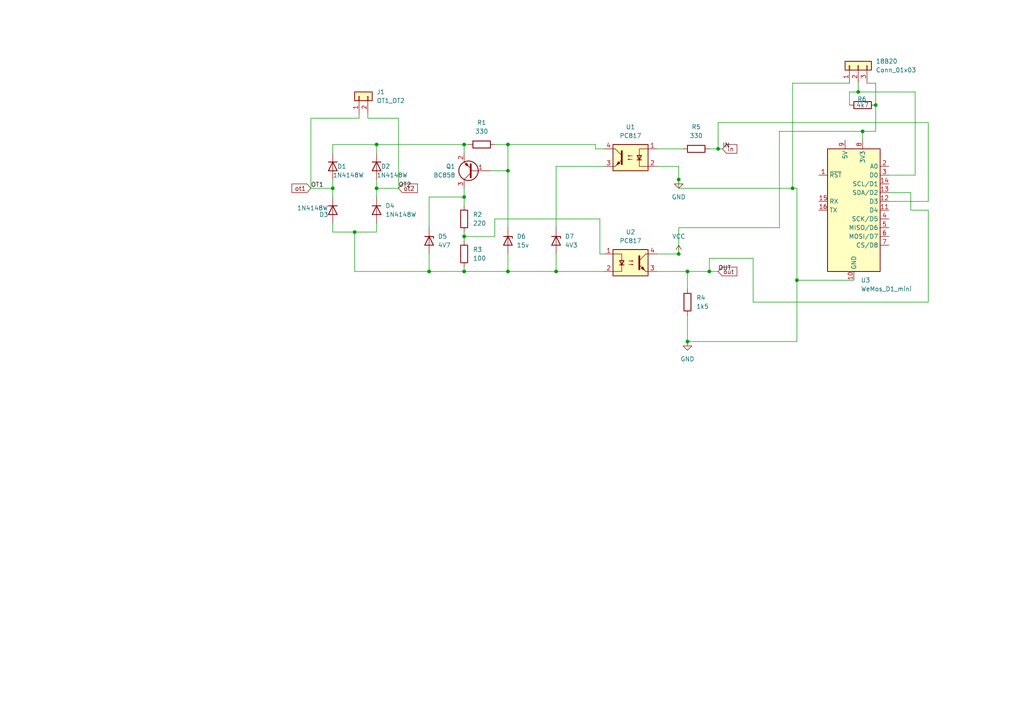
<source format=kicad_sch>
(kicad_sch (version 20211123) (generator eeschema)

  (uuid d35aeb12-b6a7-445e-b648-bab66819a9c1)

  (paper "A4")

  (title_block
    (title "Opentherm interface")
  )

  (lib_symbols
    (symbol "Connector_Generic:Conn_01x02" (pin_names (offset 1.016) hide) (in_bom yes) (on_board yes)
      (property "Reference" "J" (id 0) (at 0 2.54 0)
        (effects (font (size 1.27 1.27)))
      )
      (property "Value" "Conn_01x02" (id 1) (at 0 -5.08 0)
        (effects (font (size 1.27 1.27)))
      )
      (property "Footprint" "" (id 2) (at 0 0 0)
        (effects (font (size 1.27 1.27)) hide)
      )
      (property "Datasheet" "~" (id 3) (at 0 0 0)
        (effects (font (size 1.27 1.27)) hide)
      )
      (property "ki_keywords" "connector" (id 4) (at 0 0 0)
        (effects (font (size 1.27 1.27)) hide)
      )
      (property "ki_description" "Generic connector, single row, 01x02, script generated (kicad-library-utils/schlib/autogen/connector/)" (id 5) (at 0 0 0)
        (effects (font (size 1.27 1.27)) hide)
      )
      (property "ki_fp_filters" "Connector*:*_1x??_*" (id 6) (at 0 0 0)
        (effects (font (size 1.27 1.27)) hide)
      )
      (symbol "Conn_01x02_1_1"
        (rectangle (start -1.27 -2.413) (end 0 -2.667)
          (stroke (width 0.1524) (type default) (color 0 0 0 0))
          (fill (type none))
        )
        (rectangle (start -1.27 0.127) (end 0 -0.127)
          (stroke (width 0.1524) (type default) (color 0 0 0 0))
          (fill (type none))
        )
        (rectangle (start -1.27 1.27) (end 1.27 -3.81)
          (stroke (width 0.254) (type default) (color 0 0 0 0))
          (fill (type background))
        )
        (pin passive line (at -5.08 0 0) (length 3.81)
          (name "Pin_1" (effects (font (size 1.27 1.27))))
          (number "1" (effects (font (size 1.27 1.27))))
        )
        (pin passive line (at -5.08 -2.54 0) (length 3.81)
          (name "Pin_2" (effects (font (size 1.27 1.27))))
          (number "2" (effects (font (size 1.27 1.27))))
        )
      )
    )
    (symbol "Connector_Generic:Conn_01x03" (pin_names (offset 1.016) hide) (in_bom yes) (on_board yes)
      (property "Reference" "J" (id 0) (at 0 5.08 0)
        (effects (font (size 1.27 1.27)))
      )
      (property "Value" "Conn_01x03" (id 1) (at 0 -5.08 0)
        (effects (font (size 1.27 1.27)))
      )
      (property "Footprint" "" (id 2) (at 0 0 0)
        (effects (font (size 1.27 1.27)) hide)
      )
      (property "Datasheet" "~" (id 3) (at 0 0 0)
        (effects (font (size 1.27 1.27)) hide)
      )
      (property "ki_keywords" "connector" (id 4) (at 0 0 0)
        (effects (font (size 1.27 1.27)) hide)
      )
      (property "ki_description" "Generic connector, single row, 01x03, script generated (kicad-library-utils/schlib/autogen/connector/)" (id 5) (at 0 0 0)
        (effects (font (size 1.27 1.27)) hide)
      )
      (property "ki_fp_filters" "Connector*:*_1x??_*" (id 6) (at 0 0 0)
        (effects (font (size 1.27 1.27)) hide)
      )
      (symbol "Conn_01x03_1_1"
        (rectangle (start -1.27 -2.413) (end 0 -2.667)
          (stroke (width 0.1524) (type default) (color 0 0 0 0))
          (fill (type none))
        )
        (rectangle (start -1.27 0.127) (end 0 -0.127)
          (stroke (width 0.1524) (type default) (color 0 0 0 0))
          (fill (type none))
        )
        (rectangle (start -1.27 2.667) (end 0 2.413)
          (stroke (width 0.1524) (type default) (color 0 0 0 0))
          (fill (type none))
        )
        (rectangle (start -1.27 3.81) (end 1.27 -3.81)
          (stroke (width 0.254) (type default) (color 0 0 0 0))
          (fill (type background))
        )
        (pin passive line (at -5.08 2.54 0) (length 3.81)
          (name "Pin_1" (effects (font (size 1.27 1.27))))
          (number "1" (effects (font (size 1.27 1.27))))
        )
        (pin passive line (at -5.08 0 0) (length 3.81)
          (name "Pin_2" (effects (font (size 1.27 1.27))))
          (number "2" (effects (font (size 1.27 1.27))))
        )
        (pin passive line (at -5.08 -2.54 0) (length 3.81)
          (name "Pin_3" (effects (font (size 1.27 1.27))))
          (number "3" (effects (font (size 1.27 1.27))))
        )
      )
    )
    (symbol "Device:R" (pin_numbers hide) (pin_names (offset 0)) (in_bom yes) (on_board yes)
      (property "Reference" "R" (id 0) (at 2.032 0 90)
        (effects (font (size 1.27 1.27)))
      )
      (property "Value" "R" (id 1) (at 0 0 90)
        (effects (font (size 1.27 1.27)))
      )
      (property "Footprint" "" (id 2) (at -1.778 0 90)
        (effects (font (size 1.27 1.27)) hide)
      )
      (property "Datasheet" "~" (id 3) (at 0 0 0)
        (effects (font (size 1.27 1.27)) hide)
      )
      (property "ki_keywords" "R res resistor" (id 4) (at 0 0 0)
        (effects (font (size 1.27 1.27)) hide)
      )
      (property "ki_description" "Resistor" (id 5) (at 0 0 0)
        (effects (font (size 1.27 1.27)) hide)
      )
      (property "ki_fp_filters" "R_*" (id 6) (at 0 0 0)
        (effects (font (size 1.27 1.27)) hide)
      )
      (symbol "R_0_1"
        (rectangle (start -1.016 -2.54) (end 1.016 2.54)
          (stroke (width 0.254) (type default) (color 0 0 0 0))
          (fill (type none))
        )
      )
      (symbol "R_1_1"
        (pin passive line (at 0 3.81 270) (length 1.27)
          (name "~" (effects (font (size 1.27 1.27))))
          (number "1" (effects (font (size 1.27 1.27))))
        )
        (pin passive line (at 0 -3.81 90) (length 1.27)
          (name "~" (effects (font (size 1.27 1.27))))
          (number "2" (effects (font (size 1.27 1.27))))
        )
      )
    )
    (symbol "Diode:1N4148W" (pin_numbers hide) (pin_names (offset 1.016) hide) (in_bom yes) (on_board yes)
      (property "Reference" "D" (id 0) (at 0 2.54 0)
        (effects (font (size 1.27 1.27)))
      )
      (property "Value" "1N4148W" (id 1) (at 0 -2.54 0)
        (effects (font (size 1.27 1.27)))
      )
      (property "Footprint" "Diode_SMD:D_SOD-123" (id 2) (at 0 -4.445 0)
        (effects (font (size 1.27 1.27)) hide)
      )
      (property "Datasheet" "https://www.vishay.com/docs/85748/1n4148w.pdf" (id 3) (at 0 0 0)
        (effects (font (size 1.27 1.27)) hide)
      )
      (property "ki_keywords" "diode" (id 4) (at 0 0 0)
        (effects (font (size 1.27 1.27)) hide)
      )
      (property "ki_description" "75V 0.15A Fast Switching Diode, SOD-123" (id 5) (at 0 0 0)
        (effects (font (size 1.27 1.27)) hide)
      )
      (property "ki_fp_filters" "D*SOD?123*" (id 6) (at 0 0 0)
        (effects (font (size 1.27 1.27)) hide)
      )
      (symbol "1N4148W_0_1"
        (polyline
          (pts
            (xy -1.27 1.27)
            (xy -1.27 -1.27)
          )
          (stroke (width 0.254) (type default) (color 0 0 0 0))
          (fill (type none))
        )
        (polyline
          (pts
            (xy 1.27 0)
            (xy -1.27 0)
          )
          (stroke (width 0) (type default) (color 0 0 0 0))
          (fill (type none))
        )
        (polyline
          (pts
            (xy 1.27 1.27)
            (xy 1.27 -1.27)
            (xy -1.27 0)
            (xy 1.27 1.27)
          )
          (stroke (width 0.254) (type default) (color 0 0 0 0))
          (fill (type none))
        )
      )
      (symbol "1N4148W_1_1"
        (pin passive line (at -3.81 0 0) (length 2.54)
          (name "K" (effects (font (size 1.27 1.27))))
          (number "1" (effects (font (size 1.27 1.27))))
        )
        (pin passive line (at 3.81 0 180) (length 2.54)
          (name "A" (effects (font (size 1.27 1.27))))
          (number "2" (effects (font (size 1.27 1.27))))
        )
      )
    )
    (symbol "Diode:BZV55B15" (pin_numbers hide) (pin_names hide) (in_bom yes) (on_board yes)
      (property "Reference" "D" (id 0) (at 0 2.54 0)
        (effects (font (size 1.27 1.27)))
      )
      (property "Value" "BZV55B15" (id 1) (at 0 -2.54 0)
        (effects (font (size 1.27 1.27)))
      )
      (property "Footprint" "Diode_SMD:D_MiniMELF" (id 2) (at 0 -4.445 0)
        (effects (font (size 1.27 1.27)) hide)
      )
      (property "Datasheet" "https://assets.nexperia.com/documents/data-sheet/BZV55_SER.pdf" (id 3) (at 0 0 0)
        (effects (font (size 1.27 1.27)) hide)
      )
      (property "ki_keywords" "zener diode" (id 4) (at 0 0 0)
        (effects (font (size 1.27 1.27)) hide)
      )
      (property "ki_description" "15V, 500mW, 2%, Zener diode, MiniMELF" (id 5) (at 0 0 0)
        (effects (font (size 1.27 1.27)) hide)
      )
      (property "ki_fp_filters" "D*MiniMELF*" (id 6) (at 0 0 0)
        (effects (font (size 1.27 1.27)) hide)
      )
      (symbol "BZV55B15_0_1"
        (polyline
          (pts
            (xy 1.27 0)
            (xy -1.27 0)
          )
          (stroke (width 0) (type default) (color 0 0 0 0))
          (fill (type none))
        )
        (polyline
          (pts
            (xy -1.27 -1.27)
            (xy -1.27 1.27)
            (xy -0.762 1.27)
          )
          (stroke (width 0.254) (type default) (color 0 0 0 0))
          (fill (type none))
        )
        (polyline
          (pts
            (xy 1.27 -1.27)
            (xy 1.27 1.27)
            (xy -1.27 0)
            (xy 1.27 -1.27)
          )
          (stroke (width 0.254) (type default) (color 0 0 0 0))
          (fill (type none))
        )
      )
      (symbol "BZV55B15_1_1"
        (pin passive line (at -3.81 0 0) (length 2.54)
          (name "K" (effects (font (size 1.27 1.27))))
          (number "1" (effects (font (size 1.27 1.27))))
        )
        (pin passive line (at 3.81 0 180) (length 2.54)
          (name "A" (effects (font (size 1.27 1.27))))
          (number "2" (effects (font (size 1.27 1.27))))
        )
      )
    )
    (symbol "Diode:BZV55B4V3" (pin_numbers hide) (pin_names hide) (in_bom yes) (on_board yes)
      (property "Reference" "D" (id 0) (at 0 2.54 0)
        (effects (font (size 1.27 1.27)))
      )
      (property "Value" "BZV55B4V3" (id 1) (at 0 -2.54 0)
        (effects (font (size 1.27 1.27)))
      )
      (property "Footprint" "Diode_SMD:D_MiniMELF" (id 2) (at 0 -4.445 0)
        (effects (font (size 1.27 1.27)) hide)
      )
      (property "Datasheet" "https://assets.nexperia.com/documents/data-sheet/BZV55_SER.pdf" (id 3) (at 0 0 0)
        (effects (font (size 1.27 1.27)) hide)
      )
      (property "ki_keywords" "zener diode" (id 4) (at 0 0 0)
        (effects (font (size 1.27 1.27)) hide)
      )
      (property "ki_description" "4.3V, 500mW, 2%, Zener diode, MiniMELF" (id 5) (at 0 0 0)
        (effects (font (size 1.27 1.27)) hide)
      )
      (property "ki_fp_filters" "D*MiniMELF*" (id 6) (at 0 0 0)
        (effects (font (size 1.27 1.27)) hide)
      )
      (symbol "BZV55B4V3_0_1"
        (polyline
          (pts
            (xy 1.27 0)
            (xy -1.27 0)
          )
          (stroke (width 0) (type default) (color 0 0 0 0))
          (fill (type none))
        )
        (polyline
          (pts
            (xy -1.27 -1.27)
            (xy -1.27 1.27)
            (xy -0.762 1.27)
          )
          (stroke (width 0.254) (type default) (color 0 0 0 0))
          (fill (type none))
        )
        (polyline
          (pts
            (xy 1.27 -1.27)
            (xy 1.27 1.27)
            (xy -1.27 0)
            (xy 1.27 -1.27)
          )
          (stroke (width 0.254) (type default) (color 0 0 0 0))
          (fill (type none))
        )
      )
      (symbol "BZV55B4V3_1_1"
        (pin passive line (at -3.81 0 0) (length 2.54)
          (name "K" (effects (font (size 1.27 1.27))))
          (number "1" (effects (font (size 1.27 1.27))))
        )
        (pin passive line (at 3.81 0 180) (length 2.54)
          (name "A" (effects (font (size 1.27 1.27))))
          (number "2" (effects (font (size 1.27 1.27))))
        )
      )
    )
    (symbol "Diode:BZV55B4V7" (pin_numbers hide) (pin_names hide) (in_bom yes) (on_board yes)
      (property "Reference" "D" (id 0) (at 0 2.54 0)
        (effects (font (size 1.27 1.27)))
      )
      (property "Value" "BZV55B4V7" (id 1) (at 0 -2.54 0)
        (effects (font (size 1.27 1.27)))
      )
      (property "Footprint" "Diode_SMD:D_MiniMELF" (id 2) (at 0 -4.445 0)
        (effects (font (size 1.27 1.27)) hide)
      )
      (property "Datasheet" "https://assets.nexperia.com/documents/data-sheet/BZV55_SER.pdf" (id 3) (at 0 0 0)
        (effects (font (size 1.27 1.27)) hide)
      )
      (property "ki_keywords" "zener diode" (id 4) (at 0 0 0)
        (effects (font (size 1.27 1.27)) hide)
      )
      (property "ki_description" "4.7V, 500mW, 2%, Zener diode, MiniMELF" (id 5) (at 0 0 0)
        (effects (font (size 1.27 1.27)) hide)
      )
      (property "ki_fp_filters" "D*MiniMELF*" (id 6) (at 0 0 0)
        (effects (font (size 1.27 1.27)) hide)
      )
      (symbol "BZV55B4V7_0_1"
        (polyline
          (pts
            (xy 1.27 0)
            (xy -1.27 0)
          )
          (stroke (width 0) (type default) (color 0 0 0 0))
          (fill (type none))
        )
        (polyline
          (pts
            (xy -1.27 -1.27)
            (xy -1.27 1.27)
            (xy -0.762 1.27)
          )
          (stroke (width 0.254) (type default) (color 0 0 0 0))
          (fill (type none))
        )
        (polyline
          (pts
            (xy 1.27 -1.27)
            (xy 1.27 1.27)
            (xy -1.27 0)
            (xy 1.27 -1.27)
          )
          (stroke (width 0.254) (type default) (color 0 0 0 0))
          (fill (type none))
        )
      )
      (symbol "BZV55B4V7_1_1"
        (pin passive line (at -3.81 0 0) (length 2.54)
          (name "K" (effects (font (size 1.27 1.27))))
          (number "1" (effects (font (size 1.27 1.27))))
        )
        (pin passive line (at 3.81 0 180) (length 2.54)
          (name "A" (effects (font (size 1.27 1.27))))
          (number "2" (effects (font (size 1.27 1.27))))
        )
      )
    )
    (symbol "Isolator:PC817" (pin_names (offset 1.016)) (in_bom yes) (on_board yes)
      (property "Reference" "U" (id 0) (at -5.08 5.08 0)
        (effects (font (size 1.27 1.27)) (justify left))
      )
      (property "Value" "PC817" (id 1) (at 0 5.08 0)
        (effects (font (size 1.27 1.27)) (justify left))
      )
      (property "Footprint" "Package_DIP:DIP-4_W7.62mm" (id 2) (at -5.08 -5.08 0)
        (effects (font (size 1.27 1.27) italic) (justify left) hide)
      )
      (property "Datasheet" "http://www.soselectronic.cz/a_info/resource/d/pc817.pdf" (id 3) (at 0 0 0)
        (effects (font (size 1.27 1.27)) (justify left) hide)
      )
      (property "ki_keywords" "NPN DC Optocoupler" (id 4) (at 0 0 0)
        (effects (font (size 1.27 1.27)) hide)
      )
      (property "ki_description" "DC Optocoupler, Vce 35V, CTR 50-300%, DIP-4" (id 5) (at 0 0 0)
        (effects (font (size 1.27 1.27)) hide)
      )
      (property "ki_fp_filters" "DIP*W7.62mm*" (id 6) (at 0 0 0)
        (effects (font (size 1.27 1.27)) hide)
      )
      (symbol "PC817_0_1"
        (rectangle (start -5.08 3.81) (end 5.08 -3.81)
          (stroke (width 0.254) (type default) (color 0 0 0 0))
          (fill (type background))
        )
        (polyline
          (pts
            (xy -3.175 -0.635)
            (xy -1.905 -0.635)
          )
          (stroke (width 0.254) (type default) (color 0 0 0 0))
          (fill (type none))
        )
        (polyline
          (pts
            (xy 2.54 0.635)
            (xy 4.445 2.54)
          )
          (stroke (width 0) (type default) (color 0 0 0 0))
          (fill (type none))
        )
        (polyline
          (pts
            (xy 4.445 -2.54)
            (xy 2.54 -0.635)
          )
          (stroke (width 0) (type default) (color 0 0 0 0))
          (fill (type outline))
        )
        (polyline
          (pts
            (xy 4.445 -2.54)
            (xy 5.08 -2.54)
          )
          (stroke (width 0) (type default) (color 0 0 0 0))
          (fill (type none))
        )
        (polyline
          (pts
            (xy 4.445 2.54)
            (xy 5.08 2.54)
          )
          (stroke (width 0) (type default) (color 0 0 0 0))
          (fill (type none))
        )
        (polyline
          (pts
            (xy -5.08 2.54)
            (xy -2.54 2.54)
            (xy -2.54 -0.635)
          )
          (stroke (width 0) (type default) (color 0 0 0 0))
          (fill (type none))
        )
        (polyline
          (pts
            (xy -2.54 -0.635)
            (xy -2.54 -2.54)
            (xy -5.08 -2.54)
          )
          (stroke (width 0) (type default) (color 0 0 0 0))
          (fill (type none))
        )
        (polyline
          (pts
            (xy 2.54 1.905)
            (xy 2.54 -1.905)
            (xy 2.54 -1.905)
          )
          (stroke (width 0.508) (type default) (color 0 0 0 0))
          (fill (type none))
        )
        (polyline
          (pts
            (xy -2.54 -0.635)
            (xy -3.175 0.635)
            (xy -1.905 0.635)
            (xy -2.54 -0.635)
          )
          (stroke (width 0.254) (type default) (color 0 0 0 0))
          (fill (type none))
        )
        (polyline
          (pts
            (xy -0.508 -0.508)
            (xy 0.762 -0.508)
            (xy 0.381 -0.635)
            (xy 0.381 -0.381)
            (xy 0.762 -0.508)
          )
          (stroke (width 0) (type default) (color 0 0 0 0))
          (fill (type none))
        )
        (polyline
          (pts
            (xy -0.508 0.508)
            (xy 0.762 0.508)
            (xy 0.381 0.381)
            (xy 0.381 0.635)
            (xy 0.762 0.508)
          )
          (stroke (width 0) (type default) (color 0 0 0 0))
          (fill (type none))
        )
        (polyline
          (pts
            (xy 3.048 -1.651)
            (xy 3.556 -1.143)
            (xy 4.064 -2.159)
            (xy 3.048 -1.651)
            (xy 3.048 -1.651)
          )
          (stroke (width 0) (type default) (color 0 0 0 0))
          (fill (type outline))
        )
      )
      (symbol "PC817_1_1"
        (pin passive line (at -7.62 2.54 0) (length 2.54)
          (name "~" (effects (font (size 1.27 1.27))))
          (number "1" (effects (font (size 1.27 1.27))))
        )
        (pin passive line (at -7.62 -2.54 0) (length 2.54)
          (name "~" (effects (font (size 1.27 1.27))))
          (number "2" (effects (font (size 1.27 1.27))))
        )
        (pin passive line (at 7.62 -2.54 180) (length 2.54)
          (name "~" (effects (font (size 1.27 1.27))))
          (number "3" (effects (font (size 1.27 1.27))))
        )
        (pin passive line (at 7.62 2.54 180) (length 2.54)
          (name "~" (effects (font (size 1.27 1.27))))
          (number "4" (effects (font (size 1.27 1.27))))
        )
      )
    )
    (symbol "MCU_Module:WeMos_D1_mini" (in_bom yes) (on_board yes)
      (property "Reference" "U" (id 0) (at 3.81 19.05 0)
        (effects (font (size 1.27 1.27)) (justify left))
      )
      (property "Value" "WeMos_D1_mini" (id 1) (at 1.27 -19.05 0)
        (effects (font (size 1.27 1.27)) (justify left))
      )
      (property "Footprint" "Module:WEMOS_D1_mini_light" (id 2) (at 0 -29.21 0)
        (effects (font (size 1.27 1.27)) hide)
      )
      (property "Datasheet" "https://wiki.wemos.cc/products:d1:d1_mini#documentation" (id 3) (at -46.99 -29.21 0)
        (effects (font (size 1.27 1.27)) hide)
      )
      (property "ki_keywords" "ESP8266 WiFi microcontroller ESP8266EX" (id 4) (at 0 0 0)
        (effects (font (size 1.27 1.27)) hide)
      )
      (property "ki_description" "32-bit microcontroller module with WiFi" (id 5) (at 0 0 0)
        (effects (font (size 1.27 1.27)) hide)
      )
      (property "ki_fp_filters" "WEMOS*D1*mini*" (id 6) (at 0 0 0)
        (effects (font (size 1.27 1.27)) hide)
      )
      (symbol "WeMos_D1_mini_1_1"
        (rectangle (start -7.62 17.78) (end 7.62 -17.78)
          (stroke (width 0.254) (type default) (color 0 0 0 0))
          (fill (type background))
        )
        (pin input line (at -10.16 10.16 0) (length 2.54)
          (name "~{RST}" (effects (font (size 1.27 1.27))))
          (number "1" (effects (font (size 1.27 1.27))))
        )
        (pin power_in line (at 0 -20.32 90) (length 2.54)
          (name "GND" (effects (font (size 1.27 1.27))))
          (number "10" (effects (font (size 1.27 1.27))))
        )
        (pin bidirectional line (at 10.16 0 180) (length 2.54)
          (name "D4" (effects (font (size 1.27 1.27))))
          (number "11" (effects (font (size 1.27 1.27))))
        )
        (pin bidirectional line (at 10.16 2.54 180) (length 2.54)
          (name "D3" (effects (font (size 1.27 1.27))))
          (number "12" (effects (font (size 1.27 1.27))))
        )
        (pin bidirectional line (at 10.16 5.08 180) (length 2.54)
          (name "SDA/D2" (effects (font (size 1.27 1.27))))
          (number "13" (effects (font (size 1.27 1.27))))
        )
        (pin bidirectional line (at 10.16 7.62 180) (length 2.54)
          (name "SCL/D1" (effects (font (size 1.27 1.27))))
          (number "14" (effects (font (size 1.27 1.27))))
        )
        (pin input line (at -10.16 2.54 0) (length 2.54)
          (name "RX" (effects (font (size 1.27 1.27))))
          (number "15" (effects (font (size 1.27 1.27))))
        )
        (pin output line (at -10.16 0 0) (length 2.54)
          (name "TX" (effects (font (size 1.27 1.27))))
          (number "16" (effects (font (size 1.27 1.27))))
        )
        (pin input line (at 10.16 12.7 180) (length 2.54)
          (name "A0" (effects (font (size 1.27 1.27))))
          (number "2" (effects (font (size 1.27 1.27))))
        )
        (pin bidirectional line (at 10.16 10.16 180) (length 2.54)
          (name "D0" (effects (font (size 1.27 1.27))))
          (number "3" (effects (font (size 1.27 1.27))))
        )
        (pin bidirectional line (at 10.16 -2.54 180) (length 2.54)
          (name "SCK/D5" (effects (font (size 1.27 1.27))))
          (number "4" (effects (font (size 1.27 1.27))))
        )
        (pin bidirectional line (at 10.16 -5.08 180) (length 2.54)
          (name "MISO/D6" (effects (font (size 1.27 1.27))))
          (number "5" (effects (font (size 1.27 1.27))))
        )
        (pin bidirectional line (at 10.16 -7.62 180) (length 2.54)
          (name "MOSI/D7" (effects (font (size 1.27 1.27))))
          (number "6" (effects (font (size 1.27 1.27))))
        )
        (pin bidirectional line (at 10.16 -10.16 180) (length 2.54)
          (name "CS/D8" (effects (font (size 1.27 1.27))))
          (number "7" (effects (font (size 1.27 1.27))))
        )
        (pin power_out line (at 2.54 20.32 270) (length 2.54)
          (name "3V3" (effects (font (size 1.27 1.27))))
          (number "8" (effects (font (size 1.27 1.27))))
        )
        (pin power_in line (at -2.54 20.32 270) (length 2.54)
          (name "5V" (effects (font (size 1.27 1.27))))
          (number "9" (effects (font (size 1.27 1.27))))
        )
      )
    )
    (symbol "Transistor_BJT:BC858" (pin_names (offset 0) hide) (in_bom yes) (on_board yes)
      (property "Reference" "Q" (id 0) (at 5.08 1.905 0)
        (effects (font (size 1.27 1.27)) (justify left))
      )
      (property "Value" "BC858" (id 1) (at 5.08 0 0)
        (effects (font (size 1.27 1.27)) (justify left))
      )
      (property "Footprint" "Package_TO_SOT_SMD:SOT-23" (id 2) (at 5.08 -1.905 0)
        (effects (font (size 1.27 1.27) italic) (justify left) hide)
      )
      (property "Datasheet" "https://www.onsemi.com/pub/Collateral/BC860-D.pdf" (id 3) (at 0 0 0)
        (effects (font (size 1.27 1.27)) (justify left) hide)
      )
      (property "ki_keywords" "PNP transistor" (id 4) (at 0 0 0)
        (effects (font (size 1.27 1.27)) hide)
      )
      (property "ki_description" "0.1A Ic, 30V Vce, PNP Transistor, SOT-23" (id 5) (at 0 0 0)
        (effects (font (size 1.27 1.27)) hide)
      )
      (property "ki_fp_filters" "SOT?23*" (id 6) (at 0 0 0)
        (effects (font (size 1.27 1.27)) hide)
      )
      (symbol "BC858_0_1"
        (polyline
          (pts
            (xy 0.635 0.635)
            (xy 2.54 2.54)
          )
          (stroke (width 0) (type default) (color 0 0 0 0))
          (fill (type none))
        )
        (polyline
          (pts
            (xy 0.635 -0.635)
            (xy 2.54 -2.54)
            (xy 2.54 -2.54)
          )
          (stroke (width 0) (type default) (color 0 0 0 0))
          (fill (type none))
        )
        (polyline
          (pts
            (xy 0.635 1.905)
            (xy 0.635 -1.905)
            (xy 0.635 -1.905)
          )
          (stroke (width 0.508) (type default) (color 0 0 0 0))
          (fill (type none))
        )
        (polyline
          (pts
            (xy 2.286 -1.778)
            (xy 1.778 -2.286)
            (xy 1.27 -1.27)
            (xy 2.286 -1.778)
            (xy 2.286 -1.778)
          )
          (stroke (width 0) (type default) (color 0 0 0 0))
          (fill (type outline))
        )
        (circle (center 1.27 0) (radius 2.8194)
          (stroke (width 0.254) (type default) (color 0 0 0 0))
          (fill (type none))
        )
      )
      (symbol "BC858_1_1"
        (pin input line (at -5.08 0 0) (length 5.715)
          (name "B" (effects (font (size 1.27 1.27))))
          (number "1" (effects (font (size 1.27 1.27))))
        )
        (pin passive line (at 2.54 -5.08 90) (length 2.54)
          (name "E" (effects (font (size 1.27 1.27))))
          (number "2" (effects (font (size 1.27 1.27))))
        )
        (pin passive line (at 2.54 5.08 270) (length 2.54)
          (name "C" (effects (font (size 1.27 1.27))))
          (number "3" (effects (font (size 1.27 1.27))))
        )
      )
    )
    (symbol "power:GND" (power) (pin_names (offset 0)) (in_bom yes) (on_board yes)
      (property "Reference" "#PWR" (id 0) (at 0 -6.35 0)
        (effects (font (size 1.27 1.27)) hide)
      )
      (property "Value" "GND" (id 1) (at 0 -3.81 0)
        (effects (font (size 1.27 1.27)))
      )
      (property "Footprint" "" (id 2) (at 0 0 0)
        (effects (font (size 1.27 1.27)) hide)
      )
      (property "Datasheet" "" (id 3) (at 0 0 0)
        (effects (font (size 1.27 1.27)) hide)
      )
      (property "ki_keywords" "power-flag" (id 4) (at 0 0 0)
        (effects (font (size 1.27 1.27)) hide)
      )
      (property "ki_description" "Power symbol creates a global label with name \"GND\" , ground" (id 5) (at 0 0 0)
        (effects (font (size 1.27 1.27)) hide)
      )
      (symbol "GND_0_1"
        (polyline
          (pts
            (xy 0 0)
            (xy 0 -1.27)
            (xy 1.27 -1.27)
            (xy 0 -2.54)
            (xy -1.27 -1.27)
            (xy 0 -1.27)
          )
          (stroke (width 0) (type default) (color 0 0 0 0))
          (fill (type none))
        )
      )
      (symbol "GND_1_1"
        (pin power_in line (at 0 0 270) (length 0) hide
          (name "GND" (effects (font (size 1.27 1.27))))
          (number "1" (effects (font (size 1.27 1.27))))
        )
      )
    )
    (symbol "power:VCC" (power) (pin_names (offset 0)) (in_bom yes) (on_board yes)
      (property "Reference" "#PWR" (id 0) (at 0 -3.81 0)
        (effects (font (size 1.27 1.27)) hide)
      )
      (property "Value" "VCC" (id 1) (at 0 3.81 0)
        (effects (font (size 1.27 1.27)))
      )
      (property "Footprint" "" (id 2) (at 0 0 0)
        (effects (font (size 1.27 1.27)) hide)
      )
      (property "Datasheet" "" (id 3) (at 0 0 0)
        (effects (font (size 1.27 1.27)) hide)
      )
      (property "ki_keywords" "power-flag" (id 4) (at 0 0 0)
        (effects (font (size 1.27 1.27)) hide)
      )
      (property "ki_description" "Power symbol creates a global label with name \"VCC\"" (id 5) (at 0 0 0)
        (effects (font (size 1.27 1.27)) hide)
      )
      (symbol "VCC_0_1"
        (polyline
          (pts
            (xy -0.762 1.27)
            (xy 0 2.54)
          )
          (stroke (width 0) (type default) (color 0 0 0 0))
          (fill (type none))
        )
        (polyline
          (pts
            (xy 0 0)
            (xy 0 2.54)
          )
          (stroke (width 0) (type default) (color 0 0 0 0))
          (fill (type none))
        )
        (polyline
          (pts
            (xy 0 2.54)
            (xy 0.762 1.27)
          )
          (stroke (width 0) (type default) (color 0 0 0 0))
          (fill (type none))
        )
      )
      (symbol "VCC_1_1"
        (pin power_in line (at 0 0 90) (length 0) hide
          (name "VCC" (effects (font (size 1.27 1.27))))
          (number "1" (effects (font (size 1.27 1.27))))
        )
      )
    )
  )

  (junction (at 205.74 78.74) (diameter 0) (color 0 0 0 0)
    (uuid 0f90ddff-3ab4-4214-8fbc-d50563c28931)
  )
  (junction (at 134.62 78.74) (diameter 0) (color 0 0 0 0)
    (uuid 1807c634-ee58-4340-91c2-70416505b8ee)
  )
  (junction (at 134.62 57.15) (diameter 0) (color 0 0 0 0)
    (uuid 266fc26a-c1fb-4192-baba-de54bbb0e0eb)
  )
  (junction (at 147.32 78.74) (diameter 0) (color 0 0 0 0)
    (uuid 2be64db4-da19-4bb0-97af-26d6ba84c954)
  )
  (junction (at 248.92 26.67) (diameter 0) (color 0 0 0 0)
    (uuid 47249e3f-781a-4475-9682-97dda05ba947)
  )
  (junction (at 196.85 73.66) (diameter 0) (color 0 0 0 0)
    (uuid 4bc5854d-e5ab-449c-b55b-a8dfac3a3297)
  )
  (junction (at 199.39 78.74) (diameter 0) (color 0 0 0 0)
    (uuid 57b0f665-9fc3-4441-ab35-6b9fce3b3109)
  )
  (junction (at 147.32 49.53) (diameter 0) (color 0 0 0 0)
    (uuid 5c3ec2c3-857c-4d65-bab3-ad1d4906b256)
  )
  (junction (at 250.19 38.1) (diameter 0) (color 0 0 0 0)
    (uuid 5cab71c9-ffc0-47a8-86ae-5ec52b9a8512)
  )
  (junction (at 134.62 41.91) (diameter 0) (color 0 0 0 0)
    (uuid 5ce075f5-bdbe-4bd7-b88d-b50693461552)
  )
  (junction (at 254 30.48) (diameter 0) (color 0 0 0 0)
    (uuid 5fc33b8f-eade-46f2-9bb3-c3c64696be5f)
  )
  (junction (at 109.22 54.61) (diameter 0) (color 0 0 0 0)
    (uuid 83937195-233f-433b-929a-09fe70df0e2c)
  )
  (junction (at 161.29 78.74) (diameter 0) (color 0 0 0 0)
    (uuid 874e4a6d-52fe-49c7-975f-17f278b1ddc7)
  )
  (junction (at 109.22 41.91) (diameter 0) (color 0 0 0 0)
    (uuid 88470bcf-c646-4939-9688-f0d4fba1f1f7)
  )
  (junction (at 147.32 41.91) (diameter 0) (color 0 0 0 0)
    (uuid 8ed67656-67fc-4bb3-a15b-5784a66566ed)
  )
  (junction (at 231.14 81.28) (diameter 0) (color 0 0 0 0)
    (uuid 995770d9-d14d-4f17-89ee-4b7e1fbefe90)
  )
  (junction (at 134.62 68.58) (diameter 0) (color 0 0 0 0)
    (uuid ab1b14e0-11da-4a9b-ab0d-db8afd26d6ea)
  )
  (junction (at 208.28 43.18) (diameter 0) (color 0 0 0 0)
    (uuid c385dbb6-2f4b-4ecf-93c8-605d500d23d4)
  )
  (junction (at 229.87 54.61) (diameter 0) (color 0 0 0 0)
    (uuid cb62c67b-62ac-4650-bbc8-f0ba290bdaee)
  )
  (junction (at 199.39 99.06) (diameter 0) (color 0 0 0 0)
    (uuid cbda2223-8ab4-4ccd-893e-c7a5bcd63cde)
  )
  (junction (at 124.46 78.74) (diameter 0) (color 0 0 0 0)
    (uuid d540abd9-118e-4e86-844f-50aa539985a6)
  )
  (junction (at 102.87 67.31) (diameter 0) (color 0 0 0 0)
    (uuid e6d79e80-4616-4b95-a882-f75b8ee693e1)
  )
  (junction (at 96.52 54.61) (diameter 0) (color 0 0 0 0)
    (uuid ea3682f4-f3a9-4efd-8ab7-9688fd54320b)
  )
  (junction (at 196.85 52.07) (diameter 0) (color 0 0 0 0)
    (uuid fb7c5c43-264b-43f6-838c-5c96b8174a83)
  )

  (wire (pts (xy 134.62 68.58) (xy 134.62 69.85))
    (stroke (width 0) (type default) (color 0 0 0 0))
    (uuid 02b2c736-b0dd-4aa0-9971-cafa57904f54)
  )
  (wire (pts (xy 218.44 87.63) (xy 218.44 74.93))
    (stroke (width 0) (type default) (color 0 0 0 0))
    (uuid 04553ab2-1201-4cdd-827c-c22adde37650)
  )
  (wire (pts (xy 143.51 68.58) (xy 134.62 68.58))
    (stroke (width 0) (type default) (color 0 0 0 0))
    (uuid 050b50c4-f0ec-4320-b5d7-ae8177024d40)
  )
  (wire (pts (xy 254 24.13) (xy 254 30.48))
    (stroke (width 0) (type default) (color 0 0 0 0))
    (uuid 0570c602-6482-49da-9571-dd01a1220f5b)
  )
  (wire (pts (xy 147.32 73.66) (xy 147.32 78.74))
    (stroke (width 0) (type default) (color 0 0 0 0))
    (uuid 070c3a95-e560-46d5-b085-9035b5e9da01)
  )
  (wire (pts (xy 265.43 26.67) (xy 265.43 50.8))
    (stroke (width 0) (type default) (color 0 0 0 0))
    (uuid 09c8e203-df9f-4747-958c-5ee99b104b2d)
  )
  (wire (pts (xy 147.32 49.53) (xy 147.32 66.04))
    (stroke (width 0) (type default) (color 0 0 0 0))
    (uuid 0b6f5b70-c00c-439c-b8d8-96fd045b9bf8)
  )
  (wire (pts (xy 196.85 48.26) (xy 196.85 52.07))
    (stroke (width 0) (type default) (color 0 0 0 0))
    (uuid 0d72040f-bc3d-4568-a44b-b8d78bb9e9d8)
  )
  (wire (pts (xy 109.22 54.61) (xy 109.22 57.15))
    (stroke (width 0) (type default) (color 0 0 0 0))
    (uuid 0df10513-58c5-4d92-b632-403ae485d7d5)
  )
  (wire (pts (xy 254 30.48) (xy 254 38.1))
    (stroke (width 0) (type default) (color 0 0 0 0))
    (uuid 0e1f86f3-deee-40c5-96b6-3d91e151012e)
  )
  (wire (pts (xy 246.38 30.48) (xy 246.38 26.67))
    (stroke (width 0) (type default) (color 0 0 0 0))
    (uuid 17f2e631-fd00-4038-8998-27acf39b2794)
  )
  (wire (pts (xy 250.19 38.1) (xy 254 38.1))
    (stroke (width 0) (type default) (color 0 0 0 0))
    (uuid 192001f7-2e3f-430c-b142-2691a6f63d58)
  )
  (wire (pts (xy 190.5 43.18) (xy 198.12 43.18))
    (stroke (width 0) (type default) (color 0 0 0 0))
    (uuid 1a243ea3-b312-4c8b-ab76-1fe3d63bfe12)
  )
  (wire (pts (xy 173.99 63.5) (xy 143.51 63.5))
    (stroke (width 0) (type default) (color 0 0 0 0))
    (uuid 1be33c99-27aa-41da-ae69-6b18fe5ccc71)
  )
  (wire (pts (xy 143.51 41.91) (xy 147.32 41.91))
    (stroke (width 0) (type default) (color 0 0 0 0))
    (uuid 22ebd626-fba4-480a-b07b-778c49d63d94)
  )
  (wire (pts (xy 102.87 67.31) (xy 109.22 67.31))
    (stroke (width 0) (type default) (color 0 0 0 0))
    (uuid 26ed47fd-52c5-4cb9-9618-ddb1d4da41c6)
  )
  (wire (pts (xy 115.57 34.29) (xy 115.57 54.61))
    (stroke (width 0) (type default) (color 0 0 0 0))
    (uuid 297115ca-17bc-43e9-8801-b58d829e2588)
  )
  (wire (pts (xy 208.28 35.56) (xy 208.28 43.18))
    (stroke (width 0) (type default) (color 0 0 0 0))
    (uuid 29b6ffd7-bfc1-4940-a92b-120c20863832)
  )
  (wire (pts (xy 161.29 48.26) (xy 175.26 48.26))
    (stroke (width 0) (type default) (color 0 0 0 0))
    (uuid 2a43eb16-02bb-4d29-88d0-353f18c369c9)
  )
  (wire (pts (xy 104.14 33.02) (xy 104.14 34.29))
    (stroke (width 0) (type default) (color 0 0 0 0))
    (uuid 2eb64000-19de-4607-bbb2-dbb52e755c08)
  )
  (wire (pts (xy 175.26 78.74) (xy 161.29 78.74))
    (stroke (width 0) (type default) (color 0 0 0 0))
    (uuid 2f0301fb-599a-4ea2-b353-0c67b80cd8f8)
  )
  (wire (pts (xy 250.19 38.1) (xy 250.19 40.64))
    (stroke (width 0) (type default) (color 0 0 0 0))
    (uuid 2fdde82e-2952-491a-a41f-15d01555b0bb)
  )
  (wire (pts (xy 269.24 35.56) (xy 208.28 35.56))
    (stroke (width 0) (type default) (color 0 0 0 0))
    (uuid 31e48118-cd86-4da5-894a-01edbf1bb09b)
  )
  (wire (pts (xy 147.32 41.91) (xy 147.32 49.53))
    (stroke (width 0) (type default) (color 0 0 0 0))
    (uuid 32fd9732-4f77-4c13-ba70-a5b1835512f7)
  )
  (wire (pts (xy 147.32 78.74) (xy 134.62 78.74))
    (stroke (width 0) (type default) (color 0 0 0 0))
    (uuid 33312d9b-3212-4349-bc5d-2e97b133b1c7)
  )
  (wire (pts (xy 231.14 81.28) (xy 231.14 54.61))
    (stroke (width 0) (type default) (color 0 0 0 0))
    (uuid 37530cc8-9dff-4dd7-a398-0211c0d9e612)
  )
  (wire (pts (xy 205.74 74.93) (xy 205.74 78.74))
    (stroke (width 0) (type default) (color 0 0 0 0))
    (uuid 4344961a-a205-411f-b764-3519b95c29e8)
  )
  (wire (pts (xy 90.17 54.61) (xy 96.52 54.61))
    (stroke (width 0) (type default) (color 0 0 0 0))
    (uuid 43838c50-fa7a-4bb5-bf45-16569584073f)
  )
  (wire (pts (xy 134.62 57.15) (xy 134.62 59.69))
    (stroke (width 0) (type default) (color 0 0 0 0))
    (uuid 511ad329-b23d-4c0f-970d-1a6882137bef)
  )
  (wire (pts (xy 90.17 54.61) (xy 90.17 34.29))
    (stroke (width 0) (type default) (color 0 0 0 0))
    (uuid 53dc27e0-8608-4418-a66d-7bbd39059508)
  )
  (wire (pts (xy 142.24 49.53) (xy 147.32 49.53))
    (stroke (width 0) (type default) (color 0 0 0 0))
    (uuid 542fbb7d-865d-4a11-89d7-ad2959e162dd)
  )
  (wire (pts (xy 226.06 66.04) (xy 196.85 66.04))
    (stroke (width 0) (type default) (color 0 0 0 0))
    (uuid 55e1c2a0-e8f2-4aa2-89ec-4294123a1462)
  )
  (wire (pts (xy 134.62 77.47) (xy 134.62 78.74))
    (stroke (width 0) (type default) (color 0 0 0 0))
    (uuid 5b9ad715-a982-4ba0-acc3-297b1f733223)
  )
  (wire (pts (xy 134.62 78.74) (xy 124.46 78.74))
    (stroke (width 0) (type default) (color 0 0 0 0))
    (uuid 5c3939ac-0fad-4bc6-8e3b-4de019ebe35f)
  )
  (wire (pts (xy 205.74 43.18) (xy 208.28 43.18))
    (stroke (width 0) (type default) (color 0 0 0 0))
    (uuid 5d49f043-a27c-493c-9ad7-7e8a0975a2a3)
  )
  (wire (pts (xy 208.28 43.18) (xy 209.55 43.18))
    (stroke (width 0) (type default) (color 0 0 0 0))
    (uuid 5fe6681d-f995-4f3a-a9af-03700c4006d5)
  )
  (wire (pts (xy 264.16 60.96) (xy 269.24 60.96))
    (stroke (width 0) (type default) (color 0 0 0 0))
    (uuid 6082cd85-25ae-4956-b26e-a52e8715bef1)
  )
  (wire (pts (xy 264.16 55.88) (xy 264.16 60.96))
    (stroke (width 0) (type default) (color 0 0 0 0))
    (uuid 6193eccb-f858-47b6-8bbb-7ca9e33024e5)
  )
  (wire (pts (xy 90.17 34.29) (xy 104.14 34.29))
    (stroke (width 0) (type default) (color 0 0 0 0))
    (uuid 6c9f2ca0-dc14-4d80-b30c-fc541a0515c1)
  )
  (wire (pts (xy 190.5 48.26) (xy 196.85 48.26))
    (stroke (width 0) (type default) (color 0 0 0 0))
    (uuid 6ed03cf3-d86a-4c7f-a130-98f1b8cd2abe)
  )
  (wire (pts (xy 269.24 60.96) (xy 269.24 87.63))
    (stroke (width 0) (type default) (color 0 0 0 0))
    (uuid 72a59483-eca2-4ba9-9e9e-0d4bda83c3ca)
  )
  (wire (pts (xy 269.24 87.63) (xy 218.44 87.63))
    (stroke (width 0) (type default) (color 0 0 0 0))
    (uuid 73b70ee9-c9f9-4c79-b7ef-bd2840aab846)
  )
  (wire (pts (xy 161.29 66.04) (xy 161.29 48.26))
    (stroke (width 0) (type default) (color 0 0 0 0))
    (uuid 7463ed3d-0397-4668-b941-afcc7cc385fe)
  )
  (wire (pts (xy 199.39 99.06) (xy 231.14 99.06))
    (stroke (width 0) (type default) (color 0 0 0 0))
    (uuid 7796a5b3-1528-4308-bad1-cda98d7823b7)
  )
  (wire (pts (xy 199.39 91.44) (xy 199.39 99.06))
    (stroke (width 0) (type default) (color 0 0 0 0))
    (uuid 787870ba-4be6-4e6e-afeb-73a37e6ba988)
  )
  (wire (pts (xy 172.72 41.91) (xy 147.32 41.91))
    (stroke (width 0) (type default) (color 0 0 0 0))
    (uuid 7a419640-1ca2-47f2-86a3-f8056ab59d7f)
  )
  (wire (pts (xy 196.85 52.07) (xy 196.85 54.61))
    (stroke (width 0) (type default) (color 0 0 0 0))
    (uuid 7b1f0fdb-f8e3-40a7-9357-abbe5f9d0165)
  )
  (wire (pts (xy 251.46 24.13) (xy 254 24.13))
    (stroke (width 0) (type default) (color 0 0 0 0))
    (uuid 7b6f1a3b-d2d3-48bf-8da5-29239ce687e4)
  )
  (wire (pts (xy 257.81 50.8) (xy 265.43 50.8))
    (stroke (width 0) (type default) (color 0 0 0 0))
    (uuid 7b7d6bd8-1fac-4f20-aa69-266e22e841d5)
  )
  (wire (pts (xy 109.22 41.91) (xy 134.62 41.91))
    (stroke (width 0) (type default) (color 0 0 0 0))
    (uuid 7dddfe03-8034-4730-869c-f18423697aac)
  )
  (wire (pts (xy 229.87 24.13) (xy 229.87 54.61))
    (stroke (width 0) (type default) (color 0 0 0 0))
    (uuid 7fec9e00-f4ca-4dfc-b8bd-440c2cfb3d12)
  )
  (wire (pts (xy 109.22 52.07) (xy 109.22 54.61))
    (stroke (width 0) (type default) (color 0 0 0 0))
    (uuid 845a4990-a34f-46fc-a413-6e312bf4a2a5)
  )
  (wire (pts (xy 190.5 73.66) (xy 196.85 73.66))
    (stroke (width 0) (type default) (color 0 0 0 0))
    (uuid 8561cd98-3b37-4c07-9cb5-7edfc99a8042)
  )
  (wire (pts (xy 231.14 81.28) (xy 231.14 99.06))
    (stroke (width 0) (type default) (color 0 0 0 0))
    (uuid 873e7033-b8b8-41f9-9ddf-0fd1d8b24967)
  )
  (wire (pts (xy 257.81 58.42) (xy 269.24 58.42))
    (stroke (width 0) (type default) (color 0 0 0 0))
    (uuid 88902b1c-d7d4-420d-8cc7-e6bd109f8ff5)
  )
  (wire (pts (xy 96.52 67.31) (xy 102.87 67.31))
    (stroke (width 0) (type default) (color 0 0 0 0))
    (uuid 8f16d87b-cc77-4997-9611-0ffc867ef18e)
  )
  (wire (pts (xy 109.22 67.31) (xy 109.22 64.77))
    (stroke (width 0) (type default) (color 0 0 0 0))
    (uuid 90501e4e-27bb-489c-b1f3-1328f7c3d9c7)
  )
  (wire (pts (xy 109.22 44.45) (xy 109.22 41.91))
    (stroke (width 0) (type default) (color 0 0 0 0))
    (uuid 90973391-5700-4387-b11a-fc248f0ec467)
  )
  (wire (pts (xy 269.24 58.42) (xy 269.24 35.56))
    (stroke (width 0) (type default) (color 0 0 0 0))
    (uuid 94fd42d5-9505-4ef6-b916-0aa8ec591ffd)
  )
  (wire (pts (xy 161.29 73.66) (xy 161.29 78.74))
    (stroke (width 0) (type default) (color 0 0 0 0))
    (uuid 952ff145-c56b-4d42-ad34-7ba92f74e720)
  )
  (wire (pts (xy 226.06 38.1) (xy 226.06 66.04))
    (stroke (width 0) (type default) (color 0 0 0 0))
    (uuid 95facb84-2cc6-4944-8982-056974908cca)
  )
  (wire (pts (xy 175.26 73.66) (xy 173.99 73.66))
    (stroke (width 0) (type default) (color 0 0 0 0))
    (uuid 96ca755d-b683-4007-9984-f5a210dc7af2)
  )
  (wire (pts (xy 124.46 57.15) (xy 134.62 57.15))
    (stroke (width 0) (type default) (color 0 0 0 0))
    (uuid 96f99ce1-4a40-42e0-bd19-65ac1b1ef340)
  )
  (wire (pts (xy 124.46 73.66) (xy 124.46 78.74))
    (stroke (width 0) (type default) (color 0 0 0 0))
    (uuid 9cf4a7d3-b124-46c8-b36f-3ebd9c89e087)
  )
  (wire (pts (xy 205.74 78.74) (xy 208.28 78.74))
    (stroke (width 0) (type default) (color 0 0 0 0))
    (uuid 9dfe4a95-727c-4dac-8fd5-883e0d7803b7)
  )
  (wire (pts (xy 109.22 54.61) (xy 115.57 54.61))
    (stroke (width 0) (type default) (color 0 0 0 0))
    (uuid 9e44fdb3-b94e-4ec1-8bf6-4cc7237c4085)
  )
  (wire (pts (xy 134.62 54.61) (xy 134.62 57.15))
    (stroke (width 0) (type default) (color 0 0 0 0))
    (uuid a012e1f2-f8bb-4082-9103-0f7c0aef071e)
  )
  (wire (pts (xy 246.38 24.13) (xy 229.87 24.13))
    (stroke (width 0) (type default) (color 0 0 0 0))
    (uuid a47df869-fca8-4d8f-9c05-b744ec686fc9)
  )
  (wire (pts (xy 246.38 26.67) (xy 248.92 26.67))
    (stroke (width 0) (type default) (color 0 0 0 0))
    (uuid a63f5a4e-b455-43c2-9347-70c75962e8c6)
  )
  (wire (pts (xy 96.52 54.61) (xy 96.52 57.15))
    (stroke (width 0) (type default) (color 0 0 0 0))
    (uuid a8749c57-1df4-4246-ac96-9f46a8cf06d8)
  )
  (wire (pts (xy 143.51 63.5) (xy 143.51 68.58))
    (stroke (width 0) (type default) (color 0 0 0 0))
    (uuid aaa5009f-fe08-4800-ba50-aa776bf50b97)
  )
  (wire (pts (xy 134.62 41.91) (xy 134.62 44.45))
    (stroke (width 0) (type default) (color 0 0 0 0))
    (uuid aab358d2-486b-4803-9d45-b647fd6dc239)
  )
  (wire (pts (xy 190.5 78.74) (xy 199.39 78.74))
    (stroke (width 0) (type default) (color 0 0 0 0))
    (uuid add3e7f0-8cab-4511-949f-3a4d268e1227)
  )
  (wire (pts (xy 173.99 73.66) (xy 173.99 63.5))
    (stroke (width 0) (type default) (color 0 0 0 0))
    (uuid af2f15d4-c3a9-4542-81f7-383d7b81cdcd)
  )
  (wire (pts (xy 218.44 74.93) (xy 205.74 74.93))
    (stroke (width 0) (type default) (color 0 0 0 0))
    (uuid b1d7a1db-75ff-4b22-8a88-91a2c735e56c)
  )
  (wire (pts (xy 226.06 38.1) (xy 250.19 38.1))
    (stroke (width 0) (type default) (color 0 0 0 0))
    (uuid b6d21a12-5d0a-42f4-b7a5-72e101536ab3)
  )
  (wire (pts (xy 106.68 34.29) (xy 115.57 34.29))
    (stroke (width 0) (type default) (color 0 0 0 0))
    (uuid bb1a3eae-692e-44d3-a9e6-a7c705791c03)
  )
  (wire (pts (xy 199.39 83.82) (xy 199.39 78.74))
    (stroke (width 0) (type default) (color 0 0 0 0))
    (uuid bc97d98c-3ca7-4095-bad4-366e0fd7eb97)
  )
  (wire (pts (xy 134.62 41.91) (xy 135.89 41.91))
    (stroke (width 0) (type default) (color 0 0 0 0))
    (uuid befa2bcc-9591-41cb-a075-2b8f8ffdd573)
  )
  (wire (pts (xy 229.87 54.61) (xy 196.85 54.61))
    (stroke (width 0) (type default) (color 0 0 0 0))
    (uuid c1183659-dfe5-4aa3-93d4-37ba0ddbbba3)
  )
  (wire (pts (xy 124.46 66.04) (xy 124.46 57.15))
    (stroke (width 0) (type default) (color 0 0 0 0))
    (uuid c5759e14-c680-4bc0-968e-24d7f2b8f551)
  )
  (wire (pts (xy 248.92 26.67) (xy 265.43 26.67))
    (stroke (width 0) (type default) (color 0 0 0 0))
    (uuid c63bb9f4-fc58-44aa-8eeb-4e36167c93d3)
  )
  (wire (pts (xy 102.87 67.31) (xy 102.87 78.74))
    (stroke (width 0) (type default) (color 0 0 0 0))
    (uuid c7823032-2d85-421d-87eb-b1b0a3c5bcc1)
  )
  (wire (pts (xy 196.85 66.04) (xy 196.85 73.66))
    (stroke (width 0) (type default) (color 0 0 0 0))
    (uuid cb10b4b7-5a16-48d4-9768-85d7bf7f6791)
  )
  (wire (pts (xy 96.52 41.91) (xy 96.52 44.45))
    (stroke (width 0) (type default) (color 0 0 0 0))
    (uuid cca005f4-7ee1-43d3-975a-a8385046eb8c)
  )
  (wire (pts (xy 96.52 52.07) (xy 96.52 54.61))
    (stroke (width 0) (type default) (color 0 0 0 0))
    (uuid ccf7a90f-a036-4abb-b0f8-d724bb985c34)
  )
  (wire (pts (xy 172.72 43.18) (xy 175.26 43.18))
    (stroke (width 0) (type default) (color 0 0 0 0))
    (uuid cf2ed2e2-6cc1-40fb-8915-65eb9ef95459)
  )
  (wire (pts (xy 161.29 78.74) (xy 147.32 78.74))
    (stroke (width 0) (type default) (color 0 0 0 0))
    (uuid d6e50f5d-ca2d-4cd8-8ccb-2cdbe86e6976)
  )
  (wire (pts (xy 199.39 78.74) (xy 205.74 78.74))
    (stroke (width 0) (type default) (color 0 0 0 0))
    (uuid db9aba20-cacb-4e83-b1e0-6dcdc7b0fac6)
  )
  (wire (pts (xy 248.92 26.67) (xy 248.92 24.13))
    (stroke (width 0) (type default) (color 0 0 0 0))
    (uuid e8ccfd9a-c191-4df0-ae50-32b31708178c)
  )
  (wire (pts (xy 172.72 43.18) (xy 172.72 41.91))
    (stroke (width 0) (type default) (color 0 0 0 0))
    (uuid e9ceca37-86ff-4f00-b046-32a6c305318d)
  )
  (wire (pts (xy 96.52 64.77) (xy 96.52 67.31))
    (stroke (width 0) (type default) (color 0 0 0 0))
    (uuid eba6c8b1-8cdb-494c-b340-1f96ab8e10fa)
  )
  (wire (pts (xy 247.65 81.28) (xy 231.14 81.28))
    (stroke (width 0) (type default) (color 0 0 0 0))
    (uuid ed8e9eff-fca1-4ea2-a96f-fbf15775289a)
  )
  (wire (pts (xy 124.46 78.74) (xy 102.87 78.74))
    (stroke (width 0) (type default) (color 0 0 0 0))
    (uuid f0a6128a-8963-44bb-9c40-03f7886c8e9c)
  )
  (wire (pts (xy 134.62 67.31) (xy 134.62 68.58))
    (stroke (width 0) (type default) (color 0 0 0 0))
    (uuid f0f70292-e779-4a6d-aede-847ec51d9e6d)
  )
  (wire (pts (xy 231.14 54.61) (xy 229.87 54.61))
    (stroke (width 0) (type default) (color 0 0 0 0))
    (uuid f2910233-ea07-41ea-835b-146dd29ed523)
  )
  (wire (pts (xy 109.22 41.91) (xy 96.52 41.91))
    (stroke (width 0) (type default) (color 0 0 0 0))
    (uuid f7f008a8-6631-401b-81fb-04620af8e295)
  )
  (wire (pts (xy 106.68 33.02) (xy 106.68 34.29))
    (stroke (width 0) (type default) (color 0 0 0 0))
    (uuid fd4b4d19-a102-429a-bae9-94bff6c8c879)
  )
  (wire (pts (xy 257.81 55.88) (xy 264.16 55.88))
    (stroke (width 0) (type default) (color 0 0 0 0))
    (uuid fd4eb8c6-caee-49ba-86e6-d7919c11ccdc)
  )

  (label "OT1" (at 90.17 54.61 0)
    (effects (font (size 1.27 1.27)) (justify left bottom))
    (uuid 1d8804a9-f4db-4513-8492-f48b7a843879)
  )
  (label "IN" (at 209.55 43.18 0)
    (effects (font (size 1.27 1.27)) (justify left bottom))
    (uuid 70fe75eb-382b-4997-8859-6bea4a1a5b5d)
  )
  (label "OUT" (at 208.28 78.74 0)
    (effects (font (size 1.27 1.27)) (justify left bottom))
    (uuid 83b88d57-a83f-4b63-8e29-bec010f4e9ce)
  )
  (label "OT2" (at 115.57 54.61 0)
    (effects (font (size 1.27 1.27)) (justify left bottom))
    (uuid d51c635b-8e62-441c-b4d7-0ab26ee443a8)
  )

  (global_label "out" (shape input) (at 208.28 78.74 0) (fields_autoplaced)
    (effects (font (size 1.27 1.27)) (justify left))
    (uuid 07d1df97-be92-46d2-aa91-aac429ccdc01)
    (property "Intersheet References" "${INTERSHEET_REFS}" (id 0) (at 213.7169 78.6606 0)
      (effects (font (size 1.27 1.27)) (justify left) hide)
    )
  )
  (global_label "in" (shape input) (at 209.55 43.18 0) (fields_autoplaced)
    (effects (font (size 1.27 1.27)) (justify left))
    (uuid 7cb2cce0-a1f8-449a-9356-f336add8c1fb)
    (property "Intersheet References" "${INTERSHEET_REFS}" (id 0) (at 213.7169 43.1006 0)
      (effects (font (size 1.27 1.27)) (justify left) hide)
    )
  )
  (global_label "ot2" (shape input) (at 115.57 54.61 0) (fields_autoplaced)
    (effects (font (size 1.27 1.27)) (justify left))
    (uuid d8822dc2-998d-4ccd-9e73-d1b338ee6936)
    (property "Intersheet References" "${INTERSHEET_REFS}" (id 0) (at 121.0674 54.5306 0)
      (effects (font (size 1.27 1.27)) (justify left) hide)
    )
  )
  (global_label "ot1" (shape input) (at 90.17 54.61 180) (fields_autoplaced)
    (effects (font (size 1.27 1.27)) (justify right))
    (uuid ddaf7bba-a8be-4c63-8789-035ec5e78ab6)
    (property "Intersheet References" "${INTERSHEET_REFS}" (id 0) (at 84.6726 54.6894 0)
      (effects (font (size 1.27 1.27)) (justify right) hide)
    )
  )

  (symbol (lib_id "MCU_Module:WeMos_D1_mini") (at 247.65 60.96 0) (unit 1)
    (in_bom yes) (on_board yes) (fields_autoplaced)
    (uuid 02b657fe-b319-4e39-8ced-ef3583b68bb4)
    (property "Reference" "U3" (id 0) (at 249.6694 81.28 0)
      (effects (font (size 1.27 1.27)) (justify left))
    )
    (property "Value" "WeMos_D1_mini" (id 1) (at 249.6694 83.82 0)
      (effects (font (size 1.27 1.27)) (justify left))
    )
    (property "Footprint" "Module:WEMOS_D1_mini_light" (id 2) (at 247.65 90.17 0)
      (effects (font (size 1.27 1.27)) hide)
    )
    (property "Datasheet" "https://wiki.wemos.cc/products:d1:d1_mini#documentation" (id 3) (at 200.66 90.17 0)
      (effects (font (size 1.27 1.27)) hide)
    )
    (pin "1" (uuid 1d82f390-671f-4dbf-a265-1ae8bf396e0e))
    (pin "10" (uuid 857c52b9-6c8d-4bb8-999a-0b9afd947b93))
    (pin "11" (uuid b7c94e26-b2fa-4422-9f5f-ec70b3f59362))
    (pin "12" (uuid 8b76be55-3db8-4ceb-a805-1c47b42832ce))
    (pin "13" (uuid 466514d0-1f45-493c-8214-86b5298f34c4))
    (pin "14" (uuid 19a2fdc3-91b0-423b-8923-a73cd4f8dce2))
    (pin "15" (uuid 2fd81de5-2c37-4550-9d52-2bb4037d5144))
    (pin "16" (uuid 2f6634ba-c294-4565-81fa-9a553ff12f50))
    (pin "2" (uuid eb92d7dd-5539-4dc6-9248-866421cc3f59))
    (pin "3" (uuid 4d3b3a19-358a-434b-b4e1-15f15982ced7))
    (pin "4" (uuid bfe2e9ec-06be-468f-a5ca-3d97a840951f))
    (pin "5" (uuid c4afe5ed-52b5-49c8-9829-e7573a94f99f))
    (pin "6" (uuid b8a4cc85-cab7-418e-8bf0-c7991f110299))
    (pin "7" (uuid 3ec7a35c-b38a-4566-a5b5-7048ad0b21d5))
    (pin "8" (uuid 2384d7a2-2a63-4379-88a4-c87144825e1e))
    (pin "9" (uuid 90f785d9-08cc-445d-80af-3bcc6f93a64d))
  )

  (symbol (lib_id "Isolator:PC817") (at 182.88 45.72 0) (mirror y) (unit 1)
    (in_bom yes) (on_board yes) (fields_autoplaced)
    (uuid 02fc563f-377c-4ce9-8fdd-ffa621aff2a8)
    (property "Reference" "U1" (id 0) (at 182.88 36.83 0))
    (property "Value" "PC817" (id 1) (at 182.88 39.37 0))
    (property "Footprint" "Package_DIP:DIP-4_W7.62mm_SMDSocket_SmallPads" (id 2) (at 187.96 50.8 0)
      (effects (font (size 1.27 1.27) italic) (justify left) hide)
    )
    (property "Datasheet" "http://www.soselectronic.cz/a_info/resource/d/pc817.pdf" (id 3) (at 182.88 45.72 0)
      (effects (font (size 1.27 1.27)) (justify left) hide)
    )
    (pin "1" (uuid 0ecec414-d2f0-41b3-9df8-7e141fe7ca7c))
    (pin "2" (uuid 70681ef7-28ec-425a-985b-569d4aabda7c))
    (pin "3" (uuid cfe72166-4182-4227-acc4-23b895b783dc))
    (pin "4" (uuid 6bc9d0df-d7cf-45b4-bf73-c9486be4d41b))
  )

  (symbol (lib_id "Connector_Generic:Conn_01x02") (at 104.14 27.94 90) (unit 1)
    (in_bom yes) (on_board yes) (fields_autoplaced)
    (uuid 1332e0ee-0e85-4434-9351-289ca900dbe4)
    (property "Reference" "J1" (id 0) (at 109.22 26.6699 90)
      (effects (font (size 1.27 1.27)) (justify right))
    )
    (property "Value" "OT1_OT2" (id 1) (at 109.22 29.2099 90)
      (effects (font (size 1.27 1.27)) (justify right))
    )
    (property "Footprint" "Package_TO_SOT_THT:Heraeus_TO-92-2" (id 2) (at 104.14 27.94 0)
      (effects (font (size 1.27 1.27)) hide)
    )
    (property "Datasheet" "~" (id 3) (at 104.14 27.94 0)
      (effects (font (size 1.27 1.27)) hide)
    )
    (pin "1" (uuid 44722ce7-a6b6-4b1f-abf0-41d8b9c3c7c0))
    (pin "2" (uuid 244b44b1-638d-45d0-bf00-0e9fb7189b2f))
  )

  (symbol (lib_id "Diode:BZV55B15") (at 147.32 69.85 270) (unit 1)
    (in_bom yes) (on_board yes) (fields_autoplaced)
    (uuid 13789f58-abf3-451a-9d9c-a440c40313f2)
    (property "Reference" "D6" (id 0) (at 149.86 68.5799 90)
      (effects (font (size 1.27 1.27)) (justify left))
    )
    (property "Value" "15v" (id 1) (at 149.86 71.1199 90)
      (effects (font (size 1.27 1.27)) (justify left))
    )
    (property "Footprint" "Diode_SMD:D_MiniMELF" (id 2) (at 142.875 69.85 0)
      (effects (font (size 1.27 1.27)) hide)
    )
    (property "Datasheet" "https://assets.nexperia.com/documents/data-sheet/BZV55_SER.pdf" (id 3) (at 147.32 69.85 0)
      (effects (font (size 1.27 1.27)) hide)
    )
    (pin "1" (uuid 01767e31-068f-4958-ae89-0464e753df28))
    (pin "2" (uuid a13e9f06-e71a-45c8-bc00-30841674fb41))
  )

  (symbol (lib_id "Device:R") (at 250.19 30.48 90) (unit 1)
    (in_bom yes) (on_board yes)
    (uuid 16ead881-72fd-4acf-8ea4-d1a78a7433f9)
    (property "Reference" "R6" (id 0) (at 249.9964 28.76 90))
    (property "Value" "4k7" (id 1) (at 250.19 30.48 90))
    (property "Footprint" "Resistor_SMD:R_0805_2012Metric_Pad1.20x1.40mm_HandSolder" (id 2) (at 250.19 32.258 90)
      (effects (font (size 1.27 1.27)) hide)
    )
    (property "Datasheet" "~" (id 3) (at 250.19 30.48 0)
      (effects (font (size 1.27 1.27)) hide)
    )
    (pin "1" (uuid c87c4497-39ae-4d94-a743-1208b9d3580b))
    (pin "2" (uuid c7cf8af5-7587-4feb-927e-87544565302b))
  )

  (symbol (lib_id "Connector_Generic:Conn_01x03") (at 248.92 19.05 90) (unit 1)
    (in_bom yes) (on_board yes) (fields_autoplaced)
    (uuid 22781b99-07e0-48bc-82ff-9e76a612c481)
    (property "Reference" "18B20" (id 0) (at 254 17.7799 90)
      (effects (font (size 1.27 1.27)) (justify right))
    )
    (property "Value" "Conn_01x03" (id 1) (at 254 20.3199 90)
      (effects (font (size 1.27 1.27)) (justify right))
    )
    (property "Footprint" "Package_TO_SOT_THT:TO-92L_Inline" (id 2) (at 248.92 19.05 0)
      (effects (font (size 1.27 1.27)) hide)
    )
    (property "Datasheet" "~" (id 3) (at 248.92 19.05 0)
      (effects (font (size 1.27 1.27)) hide)
    )
    (pin "1" (uuid 4578ba1a-a848-4508-a89d-f357f8cf0752))
    (pin "2" (uuid f052927f-d700-41c1-9320-e5c091a67022))
    (pin "3" (uuid 0c766bc6-8d53-478a-a95e-fda30e7fe4fb))
  )

  (symbol (lib_id "Diode:1N4148W") (at 96.52 60.96 270) (unit 1)
    (in_bom yes) (on_board yes)
    (uuid 33112462-586c-4764-95c0-4633c05cdfca)
    (property "Reference" "D3" (id 0) (at 95.25 62.23 90)
      (effects (font (size 1.27 1.27)) (justify right))
    )
    (property "Value" "1N4148W" (id 1) (at 95.1786 60.3438 90)
      (effects (font (size 1.27 1.27)) (justify right))
    )
    (property "Footprint" "Diode_SMD:D_SOD-123" (id 2) (at 92.075 60.96 0)
      (effects (font (size 1.27 1.27)) hide)
    )
    (property "Datasheet" "https://www.vishay.com/docs/85748/1n4148w.pdf" (id 3) (at 96.52 60.96 0)
      (effects (font (size 1.27 1.27)) hide)
    )
    (pin "1" (uuid 0f0720d2-71fa-4978-b705-1c34b30263cc))
    (pin "2" (uuid 34a4b9bb-7e51-4950-a63b-b81e6d058f38))
  )

  (symbol (lib_id "Device:R") (at 134.62 63.5 0) (unit 1)
    (in_bom yes) (on_board yes) (fields_autoplaced)
    (uuid 3fdba9fd-bae3-4d1f-a86b-81aa5c5e8c3c)
    (property "Reference" "R2" (id 0) (at 137.16 62.2299 0)
      (effects (font (size 1.27 1.27)) (justify left))
    )
    (property "Value" "220" (id 1) (at 137.16 64.7699 0)
      (effects (font (size 1.27 1.27)) (justify left))
    )
    (property "Footprint" "Resistor_SMD:R_0805_2012Metric_Pad1.20x1.40mm_HandSolder" (id 2) (at 132.842 63.5 90)
      (effects (font (size 1.27 1.27)) hide)
    )
    (property "Datasheet" "~" (id 3) (at 134.62 63.5 0)
      (effects (font (size 1.27 1.27)) hide)
    )
    (pin "1" (uuid 8d7a983f-947f-4d2e-b394-08f3c0d49b91))
    (pin "2" (uuid beb1596f-06d2-4975-81ea-5cc2a0c8b0c2))
  )

  (symbol (lib_id "Device:R") (at 134.62 73.66 0) (unit 1)
    (in_bom yes) (on_board yes) (fields_autoplaced)
    (uuid 4bd3a239-ef3b-429d-b9cc-99ee6aaaacab)
    (property "Reference" "R3" (id 0) (at 137.16 72.3899 0)
      (effects (font (size 1.27 1.27)) (justify left))
    )
    (property "Value" "100" (id 1) (at 137.16 74.9299 0)
      (effects (font (size 1.27 1.27)) (justify left))
    )
    (property "Footprint" "Resistor_SMD:R_0805_2012Metric_Pad1.20x1.40mm_HandSolder" (id 2) (at 132.842 73.66 90)
      (effects (font (size 1.27 1.27)) hide)
    )
    (property "Datasheet" "~" (id 3) (at 134.62 73.66 0)
      (effects (font (size 1.27 1.27)) hide)
    )
    (pin "1" (uuid ba224462-a334-4405-add5-a4313059af9e))
    (pin "2" (uuid 29749057-abfd-4973-90ec-b77f87c17966))
  )

  (symbol (lib_id "Device:R") (at 139.7 41.91 90) (unit 1)
    (in_bom yes) (on_board yes) (fields_autoplaced)
    (uuid 5bc1c067-acae-4112-8962-f04ca34593db)
    (property "Reference" "R1" (id 0) (at 139.7 35.56 90))
    (property "Value" "330" (id 1) (at 139.7 38.1 90))
    (property "Footprint" "Resistor_SMD:R_0805_2012Metric_Pad1.20x1.40mm_HandSolder" (id 2) (at 139.7 43.688 90)
      (effects (font (size 1.27 1.27)) hide)
    )
    (property "Datasheet" "~" (id 3) (at 139.7 41.91 0)
      (effects (font (size 1.27 1.27)) hide)
    )
    (pin "1" (uuid 26962d10-321b-4408-906d-208a5a4d304d))
    (pin "2" (uuid d4c54709-b298-4671-acd9-8f5e2a82a976))
  )

  (symbol (lib_id "Diode:1N4148W") (at 109.22 60.96 270) (unit 1)
    (in_bom yes) (on_board yes) (fields_autoplaced)
    (uuid 5ec44760-4be3-4bf1-92ed-e57db42f9cae)
    (property "Reference" "D4" (id 0) (at 111.76 59.6899 90)
      (effects (font (size 1.27 1.27)) (justify left))
    )
    (property "Value" "1N4148W" (id 1) (at 111.76 62.2299 90)
      (effects (font (size 1.27 1.27)) (justify left))
    )
    (property "Footprint" "Diode_SMD:D_SOD-123" (id 2) (at 104.775 60.96 0)
      (effects (font (size 1.27 1.27)) hide)
    )
    (property "Datasheet" "https://www.vishay.com/docs/85748/1n4148w.pdf" (id 3) (at 109.22 60.96 0)
      (effects (font (size 1.27 1.27)) hide)
    )
    (pin "1" (uuid 6a1189ed-518b-4ee8-8837-bfabb807576e))
    (pin "2" (uuid f3dc27fc-2dfd-4c5e-98e4-463a90440302))
  )

  (symbol (lib_id "power:GND") (at 196.85 52.07 0) (unit 1)
    (in_bom yes) (on_board yes) (fields_autoplaced)
    (uuid 614a51ea-cefe-400e-bad0-7c953fe23c73)
    (property "Reference" "#PWR0103" (id 0) (at 196.85 58.42 0)
      (effects (font (size 1.27 1.27)) hide)
    )
    (property "Value" "GND" (id 1) (at 196.85 57.15 0))
    (property "Footprint" "" (id 2) (at 196.85 52.07 0)
      (effects (font (size 1.27 1.27)) hide)
    )
    (property "Datasheet" "" (id 3) (at 196.85 52.07 0)
      (effects (font (size 1.27 1.27)) hide)
    )
    (pin "1" (uuid 2e922b74-374d-4029-804a-122bbe453125))
  )

  (symbol (lib_id "Device:R") (at 201.93 43.18 90) (unit 1)
    (in_bom yes) (on_board yes) (fields_autoplaced)
    (uuid 63fa9d45-6769-4c07-818f-021308d5737e)
    (property "Reference" "R5" (id 0) (at 201.93 36.83 90))
    (property "Value" "330" (id 1) (at 201.93 39.37 90))
    (property "Footprint" "Resistor_SMD:R_0805_2012Metric_Pad1.20x1.40mm_HandSolder" (id 2) (at 201.93 44.958 90)
      (effects (font (size 1.27 1.27)) hide)
    )
    (property "Datasheet" "~" (id 3) (at 201.93 43.18 0)
      (effects (font (size 1.27 1.27)) hide)
    )
    (pin "1" (uuid 2f693147-5727-46d8-978e-9287bddf645b))
    (pin "2" (uuid 27dbec4a-08f6-4861-92c7-318ff3489721))
  )

  (symbol (lib_id "Device:R") (at 199.39 87.63 180) (unit 1)
    (in_bom yes) (on_board yes) (fields_autoplaced)
    (uuid 6cb64e13-fdd3-428a-9ebd-13226c5f5f4e)
    (property "Reference" "R4" (id 0) (at 201.93 86.3599 0)
      (effects (font (size 1.27 1.27)) (justify right))
    )
    (property "Value" "1k5" (id 1) (at 201.93 88.8999 0)
      (effects (font (size 1.27 1.27)) (justify right))
    )
    (property "Footprint" "Resistor_SMD:R_0805_2012Metric_Pad1.20x1.40mm_HandSolder" (id 2) (at 201.168 87.63 90)
      (effects (font (size 1.27 1.27)) hide)
    )
    (property "Datasheet" "~" (id 3) (at 199.39 87.63 0)
      (effects (font (size 1.27 1.27)) hide)
    )
    (pin "1" (uuid 82bc0141-bed2-4c7c-bcc3-657609627dd2))
    (pin "2" (uuid b0b69a2c-1d6e-4152-b17a-c8333a741837))
  )

  (symbol (lib_id "Diode:BZV55B4V3") (at 161.29 69.85 270) (unit 1)
    (in_bom yes) (on_board yes) (fields_autoplaced)
    (uuid 7eafd205-25b5-4625-8336-d70ae83b386c)
    (property "Reference" "D7" (id 0) (at 163.83 68.5799 90)
      (effects (font (size 1.27 1.27)) (justify left))
    )
    (property "Value" "4V3" (id 1) (at 163.83 71.1199 90)
      (effects (font (size 1.27 1.27)) (justify left))
    )
    (property "Footprint" "Diode_SMD:D_MiniMELF" (id 2) (at 156.845 69.85 0)
      (effects (font (size 1.27 1.27)) hide)
    )
    (property "Datasheet" "https://assets.nexperia.com/documents/data-sheet/BZV55_SER.pdf" (id 3) (at 161.29 69.85 0)
      (effects (font (size 1.27 1.27)) hide)
    )
    (pin "1" (uuid 486cec8c-cf6d-48a0-9835-90f3831a5511))
    (pin "2" (uuid 82149d08-d45c-4ffb-beff-df41074c875d))
  )

  (symbol (lib_id "Isolator:PC817") (at 182.88 76.2 0) (unit 1)
    (in_bom yes) (on_board yes) (fields_autoplaced)
    (uuid 88676042-b8b1-43fc-96fb-091dd4f6bea9)
    (property "Reference" "U2" (id 0) (at 182.88 67.31 0))
    (property "Value" "PC817" (id 1) (at 182.88 69.85 0))
    (property "Footprint" "Package_DIP:DIP-4_W7.62mm_SMDSocket_SmallPads" (id 2) (at 177.8 81.28 0)
      (effects (font (size 1.27 1.27) italic) (justify left) hide)
    )
    (property "Datasheet" "http://www.soselectronic.cz/a_info/resource/d/pc817.pdf" (id 3) (at 182.88 76.2 0)
      (effects (font (size 1.27 1.27)) (justify left) hide)
    )
    (pin "1" (uuid 09296e21-5621-4988-95ae-41fbfe5b67b1))
    (pin "2" (uuid 43863961-53c5-461b-b49e-30edb192c0ef))
    (pin "3" (uuid 920aa63c-f54a-422c-8ab9-0a98f56d1586))
    (pin "4" (uuid c10b0701-0143-420f-8022-f201f9c2cb0b))
  )

  (symbol (lib_id "Diode:BZV55B4V7") (at 124.46 69.85 270) (unit 1)
    (in_bom yes) (on_board yes) (fields_autoplaced)
    (uuid a021f794-ba90-4f8e-b1b4-4cbb631181c2)
    (property "Reference" "D5" (id 0) (at 127 68.5799 90)
      (effects (font (size 1.27 1.27)) (justify left))
    )
    (property "Value" "4V7" (id 1) (at 127 71.1199 90)
      (effects (font (size 1.27 1.27)) (justify left))
    )
    (property "Footprint" "Diode_SMD:D_MiniMELF" (id 2) (at 120.015 69.85 0)
      (effects (font (size 1.27 1.27)) hide)
    )
    (property "Datasheet" "https://assets.nexperia.com/documents/data-sheet/BZV55_SER.pdf" (id 3) (at 124.46 69.85 0)
      (effects (font (size 1.27 1.27)) hide)
    )
    (pin "1" (uuid b6ac5e73-e3de-4a4d-a9ec-10a061efc529))
    (pin "2" (uuid 1e277c08-ed40-4262-83a8-6f65348c71a6))
  )

  (symbol (lib_id "Transistor_BJT:BC858") (at 137.16 49.53 180) (unit 1)
    (in_bom yes) (on_board yes) (fields_autoplaced)
    (uuid b8b91c49-4699-4c64-906f-bc2e68ad6041)
    (property "Reference" "Q1" (id 0) (at 132.08 48.2599 0)
      (effects (font (size 1.27 1.27)) (justify left))
    )
    (property "Value" "BC858" (id 1) (at 132.08 50.7999 0)
      (effects (font (size 1.27 1.27)) (justify left))
    )
    (property "Footprint" "Package_TO_SOT_SMD:SOT-23" (id 2) (at 132.08 47.625 0)
      (effects (font (size 1.27 1.27) italic) (justify left) hide)
    )
    (property "Datasheet" "https://www.onsemi.com/pub/Collateral/BC860-D.pdf" (id 3) (at 137.16 49.53 0)
      (effects (font (size 1.27 1.27)) (justify left) hide)
    )
    (pin "1" (uuid b5d7fb55-3140-47e7-85e5-20eb15549fbf))
    (pin "2" (uuid ec3fc93c-5af8-46f7-9876-f4bbf821b1e0))
    (pin "3" (uuid 177bae38-5d15-4ea2-ab6d-23612b538fe6))
  )

  (symbol (lib_id "power:GND") (at 199.39 99.06 0) (unit 1)
    (in_bom yes) (on_board yes) (fields_autoplaced)
    (uuid c3c52981-3208-4b78-8e54-17b875f4e53f)
    (property "Reference" "#PWR0102" (id 0) (at 199.39 105.41 0)
      (effects (font (size 1.27 1.27)) hide)
    )
    (property "Value" "GND" (id 1) (at 199.39 104.14 0))
    (property "Footprint" "" (id 2) (at 199.39 99.06 0)
      (effects (font (size 1.27 1.27)) hide)
    )
    (property "Datasheet" "" (id 3) (at 199.39 99.06 0)
      (effects (font (size 1.27 1.27)) hide)
    )
    (pin "1" (uuid c093ebc1-85e6-4fd8-80e8-b6f6cf1b8fb7))
  )

  (symbol (lib_id "Diode:1N4148W") (at 109.22 48.26 270) (unit 1)
    (in_bom yes) (on_board yes)
    (uuid dcd9d777-b851-4832-a71b-c0c2368b3b06)
    (property "Reference" "D2" (id 0) (at 110.49 48.26 90)
      (effects (font (size 1.27 1.27)) (justify left))
    )
    (property "Value" "1N4148W" (id 1) (at 109.22 50.8 90)
      (effects (font (size 1.27 1.27)) (justify left))
    )
    (property "Footprint" "Diode_SMD:D_SOD-123" (id 2) (at 104.775 48.26 0)
      (effects (font (size 1.27 1.27)) hide)
    )
    (property "Datasheet" "https://www.vishay.com/docs/85748/1n4148w.pdf" (id 3) (at 109.22 48.26 0)
      (effects (font (size 1.27 1.27)) hide)
    )
    (pin "1" (uuid 244b1ae6-2dd0-49b7-85c4-9e3635f98bcd))
    (pin "2" (uuid 7ec4e65a-eda7-44a7-b654-eb54785a19a0))
  )

  (symbol (lib_id "Diode:1N4148W") (at 96.52 48.26 270) (unit 1)
    (in_bom yes) (on_board yes)
    (uuid e70dfa24-c37a-46db-89bc-822242ff0a2d)
    (property "Reference" "D1" (id 0) (at 97.79 48.26 90)
      (effects (font (size 1.27 1.27)) (justify left))
    )
    (property "Value" "1N4148W" (id 1) (at 96.52 50.8 90)
      (effects (font (size 1.27 1.27)) (justify left))
    )
    (property "Footprint" "Diode_SMD:D_SOD-123" (id 2) (at 92.075 48.26 0)
      (effects (font (size 1.27 1.27)) hide)
    )
    (property "Datasheet" "https://www.vishay.com/docs/85748/1n4148w.pdf" (id 3) (at 96.52 48.26 0)
      (effects (font (size 1.27 1.27)) hide)
    )
    (pin "1" (uuid 5b22dcfb-dccf-4ee9-8450-3ab6ef01b605))
    (pin "2" (uuid 7d73ac9d-1d23-4b7e-b671-578a3ccf2796))
  )

  (symbol (lib_id "power:VCC") (at 196.85 73.66 0) (unit 1)
    (in_bom yes) (on_board yes) (fields_autoplaced)
    (uuid fe1fd214-b7ac-4d65-8180-2d0b6b43b87e)
    (property "Reference" "#PWR0101" (id 0) (at 196.85 77.47 0)
      (effects (font (size 1.27 1.27)) hide)
    )
    (property "Value" "VCC" (id 1) (at 196.85 68.58 0))
    (property "Footprint" "" (id 2) (at 196.85 73.66 0)
      (effects (font (size 1.27 1.27)) hide)
    )
    (property "Datasheet" "" (id 3) (at 196.85 73.66 0)
      (effects (font (size 1.27 1.27)) hide)
    )
    (pin "1" (uuid 903d1dce-12a1-40d1-a5bb-81c627bf3c9d))
  )

  (sheet_instances
    (path "/" (page "1"))
  )

  (symbol_instances
    (path "/fe1fd214-b7ac-4d65-8180-2d0b6b43b87e"
      (reference "#PWR0101") (unit 1) (value "VCC") (footprint "")
    )
    (path "/c3c52981-3208-4b78-8e54-17b875f4e53f"
      (reference "#PWR0102") (unit 1) (value "GND") (footprint "")
    )
    (path "/614a51ea-cefe-400e-bad0-7c953fe23c73"
      (reference "#PWR0103") (unit 1) (value "GND") (footprint "")
    )
    (path "/22781b99-07e0-48bc-82ff-9e76a612c481"
      (reference "18B20") (unit 1) (value "Conn_01x03") (footprint "Package_TO_SOT_THT:TO-92L_Inline")
    )
    (path "/e70dfa24-c37a-46db-89bc-822242ff0a2d"
      (reference "D1") (unit 1) (value "1N4148W") (footprint "Diode_SMD:D_SOD-123")
    )
    (path "/dcd9d777-b851-4832-a71b-c0c2368b3b06"
      (reference "D2") (unit 1) (value "1N4148W") (footprint "Diode_SMD:D_SOD-123")
    )
    (path "/33112462-586c-4764-95c0-4633c05cdfca"
      (reference "D3") (unit 1) (value "1N4148W") (footprint "Diode_SMD:D_SOD-123")
    )
    (path "/5ec44760-4be3-4bf1-92ed-e57db42f9cae"
      (reference "D4") (unit 1) (value "1N4148W") (footprint "Diode_SMD:D_SOD-123")
    )
    (path "/a021f794-ba90-4f8e-b1b4-4cbb631181c2"
      (reference "D5") (unit 1) (value "4V7") (footprint "Diode_SMD:D_MiniMELF")
    )
    (path "/13789f58-abf3-451a-9d9c-a440c40313f2"
      (reference "D6") (unit 1) (value "15v") (footprint "Diode_SMD:D_MiniMELF")
    )
    (path "/7eafd205-25b5-4625-8336-d70ae83b386c"
      (reference "D7") (unit 1) (value "4V3") (footprint "Diode_SMD:D_MiniMELF")
    )
    (path "/1332e0ee-0e85-4434-9351-289ca900dbe4"
      (reference "J1") (unit 1) (value "OT1_OT2") (footprint "Package_TO_SOT_THT:Heraeus_TO-92-2")
    )
    (path "/b8b91c49-4699-4c64-906f-bc2e68ad6041"
      (reference "Q1") (unit 1) (value "BC858") (footprint "Package_TO_SOT_SMD:SOT-23")
    )
    (path "/5bc1c067-acae-4112-8962-f04ca34593db"
      (reference "R1") (unit 1) (value "330") (footprint "Resistor_SMD:R_0805_2012Metric_Pad1.20x1.40mm_HandSolder")
    )
    (path "/3fdba9fd-bae3-4d1f-a86b-81aa5c5e8c3c"
      (reference "R2") (unit 1) (value "220") (footprint "Resistor_SMD:R_0805_2012Metric_Pad1.20x1.40mm_HandSolder")
    )
    (path "/4bd3a239-ef3b-429d-b9cc-99ee6aaaacab"
      (reference "R3") (unit 1) (value "100") (footprint "Resistor_SMD:R_0805_2012Metric_Pad1.20x1.40mm_HandSolder")
    )
    (path "/6cb64e13-fdd3-428a-9ebd-13226c5f5f4e"
      (reference "R4") (unit 1) (value "1k5") (footprint "Resistor_SMD:R_0805_2012Metric_Pad1.20x1.40mm_HandSolder")
    )
    (path "/63fa9d45-6769-4c07-818f-021308d5737e"
      (reference "R5") (unit 1) (value "330") (footprint "Resistor_SMD:R_0805_2012Metric_Pad1.20x1.40mm_HandSolder")
    )
    (path "/16ead881-72fd-4acf-8ea4-d1a78a7433f9"
      (reference "R6") (unit 1) (value "4k7") (footprint "Resistor_SMD:R_0805_2012Metric_Pad1.20x1.40mm_HandSolder")
    )
    (path "/02fc563f-377c-4ce9-8fdd-ffa621aff2a8"
      (reference "U1") (unit 1) (value "PC817") (footprint "Package_DIP:DIP-4_W7.62mm_SMDSocket_SmallPads")
    )
    (path "/88676042-b8b1-43fc-96fb-091dd4f6bea9"
      (reference "U2") (unit 1) (value "PC817") (footprint "Package_DIP:DIP-4_W7.62mm_SMDSocket_SmallPads")
    )
    (path "/02b657fe-b319-4e39-8ced-ef3583b68bb4"
      (reference "U3") (unit 1) (value "WeMos_D1_mini") (footprint "Module:WEMOS_D1_mini_light")
    )
  )
)

</source>
